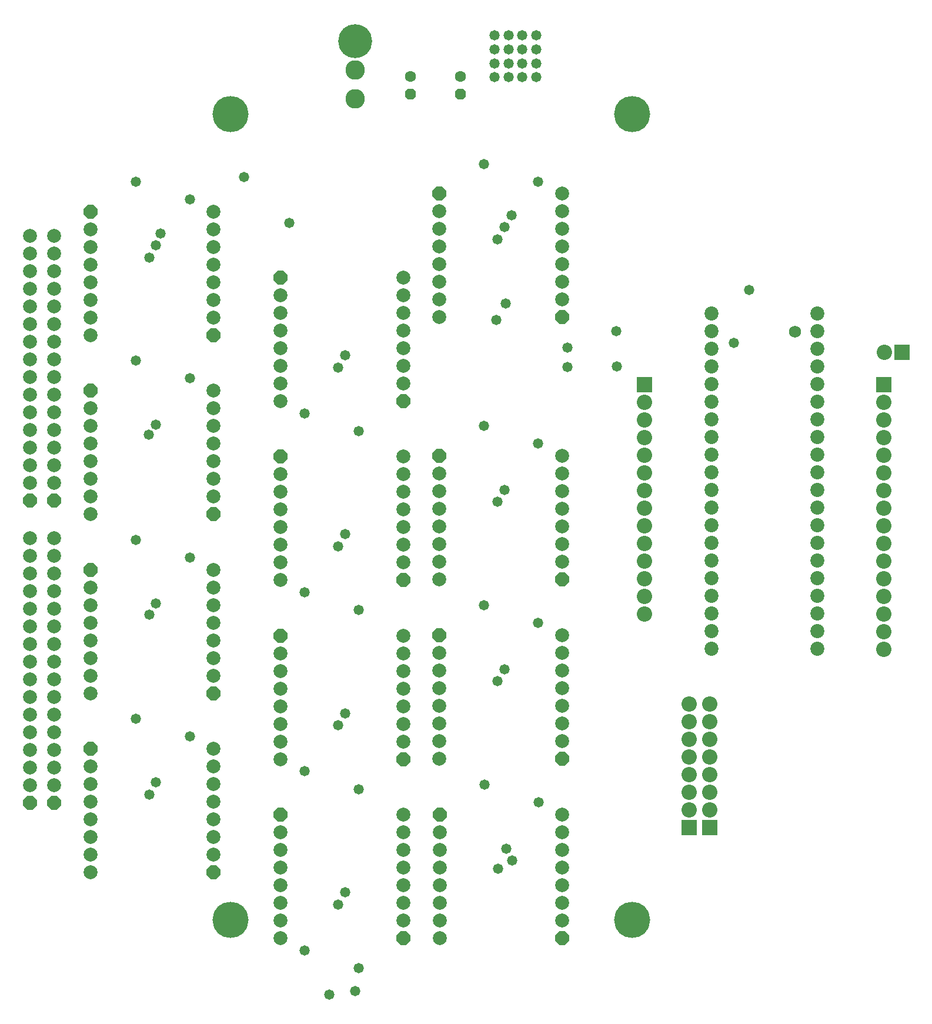
<source format=gbs>
G04 Layer_Color=16711935*
%FSLAX44Y44*%
%MOMM*%
G71*
G01*
G75*
%ADD45C,2.8032*%
%ADD46C,1.6032*%
%ADD47P,1.7353X8X112.5*%
%ADD48C,2.2032*%
%ADD49R,2.2032X2.2032*%
%ADD50C,1.7272*%
%ADD51C,2.0032*%
%ADD52P,2.1683X8X112.5*%
%ADD53C,2.0232*%
%ADD54R,2.2032X2.2032*%
%ADD55C,1.4732*%
%ADD56C,4.8832*%
%ADD57C,5.2032*%
D45*
X-109719Y643500D02*
D03*
Y602100D02*
D03*
D46*
X-30450Y634100D02*
D03*
X42050D02*
D03*
D47*
X-30450Y609100D02*
D03*
X42050D02*
D03*
D48*
X401000Y-269000D02*
D03*
Y-319800D02*
D03*
Y-396000D02*
D03*
Y-421400D02*
D03*
Y-370600D02*
D03*
Y-345200D02*
D03*
Y-294400D02*
D03*
X370600Y-268950D02*
D03*
Y-319750D02*
D03*
Y-395950D02*
D03*
Y-421350D02*
D03*
Y-370550D02*
D03*
Y-345150D02*
D03*
Y-294350D02*
D03*
X651500Y-88400D02*
D03*
Y-63000D02*
D03*
Y38600D02*
D03*
Y89400D02*
D03*
Y114800D02*
D03*
Y165600D02*
D03*
Y140200D02*
D03*
Y64000D02*
D03*
Y13200D02*
D03*
Y-37600D02*
D03*
Y-12200D02*
D03*
Y-113800D02*
D03*
Y-139200D02*
D03*
Y-164600D02*
D03*
Y-190000D02*
D03*
X306500Y-138950D02*
D03*
Y-113550D02*
D03*
Y-11950D02*
D03*
Y-37350D02*
D03*
Y13450D02*
D03*
Y64250D02*
D03*
Y140450D02*
D03*
Y165850D02*
D03*
Y115050D02*
D03*
Y89650D02*
D03*
Y38850D02*
D03*
Y-62750D02*
D03*
Y-88150D02*
D03*
X652100Y237000D02*
D03*
D49*
X401000Y-446800D02*
D03*
X370600Y-446750D02*
D03*
X651500Y191000D02*
D03*
X306500Y191250D02*
D03*
D50*
X523250Y267100D02*
D03*
D51*
X-314000Y-333200D02*
D03*
Y-358600D02*
D03*
Y-409400D02*
D03*
Y-485600D02*
D03*
Y-460200D02*
D03*
Y-434800D02*
D03*
Y-384000D02*
D03*
X-217200Y167200D02*
D03*
Y192600D02*
D03*
Y243400D02*
D03*
Y319600D02*
D03*
Y294200D02*
D03*
Y268800D02*
D03*
Y218000D02*
D03*
X188350Y-427800D02*
D03*
Y-453200D02*
D03*
Y-504000D02*
D03*
Y-580200D02*
D03*
Y-554800D02*
D03*
Y-529400D02*
D03*
Y-478600D02*
D03*
X-490700Y-511000D02*
D03*
Y-485600D02*
D03*
Y-434800D02*
D03*
Y-358600D02*
D03*
Y-384000D02*
D03*
Y-409400D02*
D03*
Y-460200D02*
D03*
X-40500Y345000D02*
D03*
Y319600D02*
D03*
Y268800D02*
D03*
Y192600D02*
D03*
Y218000D02*
D03*
Y243400D02*
D03*
Y294200D02*
D03*
X11650Y-605600D02*
D03*
Y-580200D02*
D03*
Y-529400D02*
D03*
Y-453200D02*
D03*
Y-478600D02*
D03*
Y-504000D02*
D03*
Y-554800D02*
D03*
X-314000Y-75500D02*
D03*
Y-100900D02*
D03*
Y-151700D02*
D03*
Y-227900D02*
D03*
Y-202500D02*
D03*
Y-177100D02*
D03*
Y-126300D02*
D03*
X-217200Y-90500D02*
D03*
Y-65100D02*
D03*
Y-14300D02*
D03*
Y61900D02*
D03*
Y36500D02*
D03*
Y11100D02*
D03*
Y-39700D02*
D03*
X187700Y-170000D02*
D03*
Y-195400D02*
D03*
Y-246200D02*
D03*
Y-322400D02*
D03*
Y-297000D02*
D03*
Y-271600D02*
D03*
Y-220800D02*
D03*
X-490700Y-253300D02*
D03*
Y-227900D02*
D03*
Y-177100D02*
D03*
Y-100900D02*
D03*
Y-126300D02*
D03*
Y-151700D02*
D03*
Y-202500D02*
D03*
X-40500Y87300D02*
D03*
Y61900D02*
D03*
Y11100D02*
D03*
Y-65100D02*
D03*
Y-39700D02*
D03*
Y-14300D02*
D03*
Y36500D02*
D03*
X11000Y-347800D02*
D03*
Y-322400D02*
D03*
Y-271600D02*
D03*
Y-195400D02*
D03*
Y-220800D02*
D03*
Y-246200D02*
D03*
Y-297000D02*
D03*
X-314000Y182200D02*
D03*
Y156800D02*
D03*
Y106000D02*
D03*
Y29800D02*
D03*
Y55200D02*
D03*
Y80600D02*
D03*
Y131400D02*
D03*
X-217200Y-348200D02*
D03*
Y-322800D02*
D03*
Y-272000D02*
D03*
Y-195800D02*
D03*
Y-221200D02*
D03*
Y-246600D02*
D03*
Y-297400D02*
D03*
X187750Y88200D02*
D03*
Y62800D02*
D03*
Y12000D02*
D03*
Y-64200D02*
D03*
Y-38800D02*
D03*
Y-13400D02*
D03*
Y37400D02*
D03*
X-490700Y4400D02*
D03*
Y29800D02*
D03*
Y80600D02*
D03*
Y156800D02*
D03*
Y131400D02*
D03*
Y106000D02*
D03*
Y55200D02*
D03*
X-40500Y-170400D02*
D03*
Y-195800D02*
D03*
Y-246600D02*
D03*
Y-322800D02*
D03*
Y-297400D02*
D03*
Y-272000D02*
D03*
Y-221200D02*
D03*
X11050Y-89600D02*
D03*
Y-64200D02*
D03*
Y-13400D02*
D03*
Y62800D02*
D03*
Y37400D02*
D03*
Y12000D02*
D03*
Y-38800D02*
D03*
X-314000Y439900D02*
D03*
Y414500D02*
D03*
Y363700D02*
D03*
Y287500D02*
D03*
Y312900D02*
D03*
Y338300D02*
D03*
Y389100D02*
D03*
X-217200Y-605900D02*
D03*
Y-580500D02*
D03*
Y-529700D02*
D03*
Y-453500D02*
D03*
Y-478900D02*
D03*
Y-504300D02*
D03*
Y-555100D02*
D03*
X188000Y466100D02*
D03*
Y440700D02*
D03*
Y389900D02*
D03*
Y313700D02*
D03*
Y339100D02*
D03*
Y364500D02*
D03*
Y415300D02*
D03*
X-490700Y262100D02*
D03*
Y287500D02*
D03*
Y338300D02*
D03*
Y414500D02*
D03*
Y389100D02*
D03*
Y363700D02*
D03*
Y312900D02*
D03*
X-40500Y-428100D02*
D03*
Y-453500D02*
D03*
Y-504300D02*
D03*
Y-580500D02*
D03*
Y-555100D02*
D03*
Y-529700D02*
D03*
Y-478900D02*
D03*
X11300Y288300D02*
D03*
Y313700D02*
D03*
Y364500D02*
D03*
Y440700D02*
D03*
Y415300D02*
D03*
Y389900D02*
D03*
Y339100D02*
D03*
X-578500Y-30000D02*
D03*
Y-55400D02*
D03*
Y-80800D02*
D03*
Y-106200D02*
D03*
Y-131600D02*
D03*
Y-157000D02*
D03*
Y-385600D02*
D03*
Y-360200D02*
D03*
Y-334800D02*
D03*
Y-309400D02*
D03*
Y-284000D02*
D03*
Y-258600D02*
D03*
Y-233200D02*
D03*
Y-207800D02*
D03*
Y-182400D02*
D03*
X-543500Y-30000D02*
D03*
Y-55400D02*
D03*
Y-80800D02*
D03*
Y-106200D02*
D03*
Y-131600D02*
D03*
Y-157000D02*
D03*
Y-385600D02*
D03*
Y-360200D02*
D03*
Y-334800D02*
D03*
Y-309400D02*
D03*
Y-284000D02*
D03*
Y-258600D02*
D03*
Y-233200D02*
D03*
Y-207800D02*
D03*
Y-182400D02*
D03*
Y405000D02*
D03*
Y379600D02*
D03*
Y354200D02*
D03*
Y328800D02*
D03*
Y303400D02*
D03*
Y278000D02*
D03*
Y49400D02*
D03*
Y74800D02*
D03*
Y100200D02*
D03*
Y125600D02*
D03*
Y151000D02*
D03*
Y176400D02*
D03*
Y201800D02*
D03*
Y227200D02*
D03*
Y252600D02*
D03*
X-578500Y405000D02*
D03*
Y379600D02*
D03*
Y354200D02*
D03*
Y328800D02*
D03*
Y303400D02*
D03*
Y278000D02*
D03*
Y49400D02*
D03*
Y74800D02*
D03*
Y100200D02*
D03*
Y125600D02*
D03*
Y151000D02*
D03*
Y176400D02*
D03*
Y201800D02*
D03*
Y227200D02*
D03*
Y252600D02*
D03*
D52*
X-314000Y-511000D02*
D03*
X-217200Y345000D02*
D03*
X188350Y-605600D02*
D03*
X-490700Y-333200D02*
D03*
X-40500Y167200D02*
D03*
X11650Y-427800D02*
D03*
X-314000Y-253300D02*
D03*
X-217200Y87300D02*
D03*
X187700Y-347800D02*
D03*
X-490700Y-75500D02*
D03*
X-40500Y-90500D02*
D03*
X11000Y-170000D02*
D03*
X-314000Y4400D02*
D03*
X-217200Y-170400D02*
D03*
X187750Y-89600D02*
D03*
X-490700Y182200D02*
D03*
X-40500Y-348200D02*
D03*
X11050Y88200D02*
D03*
X-314000Y262100D02*
D03*
X-217200Y-428100D02*
D03*
X188000Y288300D02*
D03*
X-490700Y439900D02*
D03*
X-40500Y-605900D02*
D03*
X11300Y466100D02*
D03*
X-578500Y-411000D02*
D03*
X-543500D02*
D03*
Y24000D02*
D03*
X-578500D02*
D03*
D53*
X555250Y-189500D02*
D03*
Y-164100D02*
D03*
Y-138700D02*
D03*
Y-113300D02*
D03*
Y-87900D02*
D03*
Y-62500D02*
D03*
Y-37100D02*
D03*
Y-11700D02*
D03*
Y13700D02*
D03*
Y293100D02*
D03*
Y267700D02*
D03*
Y242300D02*
D03*
Y216900D02*
D03*
Y191500D02*
D03*
Y166100D02*
D03*
Y140700D02*
D03*
Y115300D02*
D03*
Y89900D02*
D03*
Y64500D02*
D03*
Y39100D02*
D03*
X402850Y-189500D02*
D03*
Y-164100D02*
D03*
Y-138700D02*
D03*
Y-113300D02*
D03*
Y-87900D02*
D03*
Y-62500D02*
D03*
Y-37100D02*
D03*
Y-11700D02*
D03*
Y13700D02*
D03*
Y293100D02*
D03*
Y267700D02*
D03*
Y242300D02*
D03*
Y216900D02*
D03*
Y191500D02*
D03*
Y166100D02*
D03*
Y140700D02*
D03*
Y115300D02*
D03*
Y89900D02*
D03*
Y64500D02*
D03*
Y39100D02*
D03*
D54*
X677500Y237000D02*
D03*
D55*
X130750Y633500D02*
D03*
X-270000Y490000D02*
D03*
X435250Y251100D02*
D03*
X-406600Y-140000D02*
D03*
X-406710Y118770D02*
D03*
X-406600Y373800D02*
D03*
X-205000Y424000D02*
D03*
X196000Y216000D02*
D03*
Y244000D02*
D03*
X267000Y216900D02*
D03*
X266000Y267700D02*
D03*
X93000Y284000D02*
D03*
X107000Y308000D02*
D03*
X-147000Y-687000D02*
D03*
X-110000Y-682000D02*
D03*
X95640Y-505856D02*
D03*
X-390100Y408300D02*
D03*
X116000Y-494000D02*
D03*
X105150Y39600D02*
D03*
X95150Y22100D02*
D03*
X153660Y105803D02*
D03*
X-396600Y133600D02*
D03*
X-105110Y124097D02*
D03*
X-124600Y233300D02*
D03*
X-406600Y-399300D02*
D03*
X-396600Y-381800D02*
D03*
Y-124100D02*
D03*
Y391300D02*
D03*
X-124600Y-539800D02*
D03*
Y-282100D02*
D03*
X-134600Y-299600D02*
D03*
X-124600Y-24400D02*
D03*
X-134600Y-41900D02*
D03*
Y215800D02*
D03*
X107500Y-477499D02*
D03*
X105100Y-218600D02*
D03*
X95100Y-236100D02*
D03*
X75660Y131303D02*
D03*
X-183110Y-365803D02*
D03*
X-348090Y199803D02*
D03*
X-183110Y-623503D02*
D03*
X-348090Y457503D02*
D03*
X-183110Y-108103D02*
D03*
X-348090Y-57897D02*
D03*
X154260Y-410197D02*
D03*
X-183110Y149597D02*
D03*
X-348090Y-315597D02*
D03*
X153610Y-152397D02*
D03*
X-105110Y-391303D02*
D03*
X-426090Y225303D02*
D03*
X-105110Y-649003D02*
D03*
X-426090Y483003D02*
D03*
X-105110Y-133603D02*
D03*
X-426090Y-32397D02*
D03*
X76260Y-384697D02*
D03*
X-426090Y-290097D02*
D03*
X75610Y-126897D02*
D03*
X95400Y400000D02*
D03*
X457250Y327000D02*
D03*
X90750Y633500D02*
D03*
X110750D02*
D03*
X90750Y653500D02*
D03*
X130750Y673500D02*
D03*
Y693500D02*
D03*
X150750D02*
D03*
Y673500D02*
D03*
X130750Y653500D02*
D03*
X150750Y633500D02*
D03*
Y653500D02*
D03*
X110750D02*
D03*
Y673500D02*
D03*
Y693500D02*
D03*
X90750D02*
D03*
Y673500D02*
D03*
X105400Y417500D02*
D03*
X115400Y435000D02*
D03*
X153400Y483200D02*
D03*
X75900Y508200D02*
D03*
X-134600Y-557300D02*
D03*
D56*
X-109719Y685500D02*
D03*
D57*
X-289000Y580000D02*
D03*
X289000D02*
D03*
X-289000Y-580000D02*
D03*
X289000D02*
D03*
M02*

</source>
